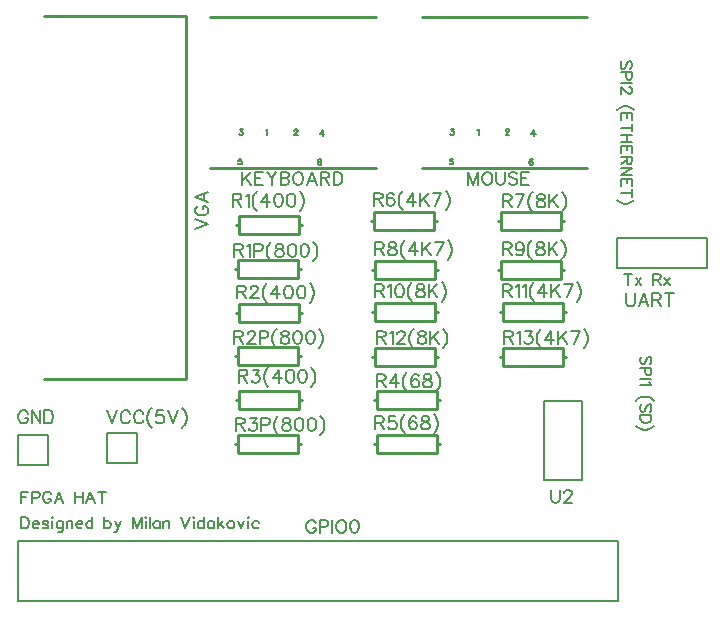
<source format=gto>
G04 Layer: TopSilkLayer*
G04 EasyEDA v6.4.25, 2021-12-02T19:10:48+01:00*
G04 15ecca0207564e248d2aa7e8b5e7a0d8,208c6ab82c1b43e5b5e4dc1230921930,10*
G04 Gerber Generator version 0.2*
G04 Scale: 100 percent, Rotated: No, Reflected: No *
G04 Dimensions in millimeters *
G04 leading zeros omitted , absolute positions ,4 integer and 5 decimal *
%FSLAX45Y45*%
%MOMM*%

%ADD10C,0.2540*%
%ADD21C,0.2032*%
%ADD22C,0.2030*%
%ADD23C,0.2007*%
%ADD24C,0.1524*%

%LPD*%
D21*
X6140450Y8940037D02*
G01*
X6140450Y8844534D01*
X6108700Y8940037D02*
G01*
X6172454Y8940037D01*
X6202425Y8908287D02*
G01*
X6252209Y8844534D01*
X6252209Y8908287D02*
G01*
X6202425Y8844534D01*
X6352286Y8940037D02*
G01*
X6352286Y8844534D01*
X6352286Y8940037D02*
G01*
X6393179Y8940037D01*
X6406895Y8935465D01*
X6411468Y8930894D01*
X6416040Y8922004D01*
X6416040Y8912860D01*
X6411468Y8903715D01*
X6406895Y8899144D01*
X6393179Y8894571D01*
X6352286Y8894571D01*
X6384036Y8894571D02*
G01*
X6416040Y8844534D01*
X6446011Y8908287D02*
G01*
X6496050Y8844534D01*
X6496050Y8908287D02*
G01*
X6446011Y8844534D01*
X6323075Y8178545D02*
G01*
X6331965Y8187689D01*
X6336538Y8201405D01*
X6336538Y8219694D01*
X6331965Y8233155D01*
X6323075Y8242300D01*
X6313931Y8242300D01*
X6304788Y8237728D01*
X6300215Y8233155D01*
X6295643Y8224012D01*
X6286500Y8196834D01*
X6282181Y8187689D01*
X6277609Y8183118D01*
X6268465Y8178545D01*
X6254750Y8178545D01*
X6245606Y8187689D01*
X6241034Y8201405D01*
X6241034Y8219694D01*
X6245606Y8233155D01*
X6254750Y8242300D01*
X6336538Y8148573D02*
G01*
X6241034Y8148573D01*
X6336538Y8148573D02*
G01*
X6336538Y8107679D01*
X6331965Y8094218D01*
X6327393Y8089645D01*
X6318504Y8085073D01*
X6304788Y8085073D01*
X6295643Y8089645D01*
X6291072Y8094218D01*
X6286500Y8107679D01*
X6286500Y8148573D01*
X6336538Y8055102D02*
G01*
X6241034Y8055102D01*
X6318504Y8025129D02*
G01*
X6323075Y8015986D01*
X6336538Y8002270D01*
X6241034Y8002270D01*
X6354825Y7870444D02*
G01*
X6345681Y7879587D01*
X6331965Y7888731D01*
X6313931Y7897876D01*
X6291072Y7902194D01*
X6273038Y7902194D01*
X6250177Y7897876D01*
X6232143Y7888731D01*
X6218427Y7879587D01*
X6209284Y7870444D01*
X6323075Y7776971D02*
G01*
X6331965Y7785862D01*
X6336538Y7799578D01*
X6336538Y7817865D01*
X6331965Y7831328D01*
X6323075Y7840471D01*
X6313931Y7840471D01*
X6304788Y7835900D01*
X6300215Y7831328D01*
X6295643Y7822184D01*
X6286500Y7795005D01*
X6282181Y7785862D01*
X6277609Y7781289D01*
X6268465Y7776971D01*
X6254750Y7776971D01*
X6245606Y7785862D01*
X6241034Y7799578D01*
X6241034Y7817865D01*
X6245606Y7831328D01*
X6254750Y7840471D01*
X6336538Y7746745D02*
G01*
X6241034Y7746745D01*
X6336538Y7746745D02*
G01*
X6336538Y7714995D01*
X6331965Y7701279D01*
X6323075Y7692389D01*
X6313931Y7687818D01*
X6300215Y7683245D01*
X6277609Y7683245D01*
X6263893Y7687818D01*
X6254750Y7692389D01*
X6245606Y7701279D01*
X6241034Y7714995D01*
X6241034Y7746745D01*
X6354825Y7653273D02*
G01*
X6345681Y7644129D01*
X6331965Y7634986D01*
X6313931Y7625842D01*
X6291072Y7621270D01*
X6273038Y7621270D01*
X6250177Y7625842D01*
X6232143Y7634986D01*
X6218427Y7644129D01*
X6209284Y7653273D01*
X6157975Y10680445D02*
G01*
X6166865Y10689589D01*
X6171438Y10703305D01*
X6171438Y10721594D01*
X6166865Y10735055D01*
X6157975Y10744200D01*
X6148831Y10744200D01*
X6139688Y10739628D01*
X6135115Y10735055D01*
X6130543Y10725912D01*
X6121400Y10698734D01*
X6117081Y10689589D01*
X6112509Y10685018D01*
X6103365Y10680445D01*
X6089650Y10680445D01*
X6080506Y10689589D01*
X6075934Y10703305D01*
X6075934Y10721594D01*
X6080506Y10735055D01*
X6089650Y10744200D01*
X6171438Y10650474D02*
G01*
X6075934Y10650474D01*
X6171438Y10650474D02*
G01*
X6171438Y10609579D01*
X6166865Y10596118D01*
X6162293Y10591545D01*
X6153404Y10586974D01*
X6139688Y10586974D01*
X6130543Y10591545D01*
X6125972Y10596118D01*
X6121400Y10609579D01*
X6121400Y10650474D01*
X6171438Y10557002D02*
G01*
X6075934Y10557002D01*
X6148831Y10522458D02*
G01*
X6153404Y10522458D01*
X6162293Y10517886D01*
X6166865Y10513313D01*
X6171438Y10504170D01*
X6171438Y10486136D01*
X6166865Y10476992D01*
X6162293Y10472420D01*
X6153404Y10467847D01*
X6144259Y10467847D01*
X6135115Y10472420D01*
X6121400Y10481563D01*
X6075934Y10527029D01*
X6075934Y10463276D01*
X6189725Y10331450D02*
G01*
X6180581Y10340594D01*
X6166865Y10349737D01*
X6148831Y10358628D01*
X6125972Y10363200D01*
X6107938Y10363200D01*
X6085077Y10358628D01*
X6067043Y10349737D01*
X6053327Y10340594D01*
X6044184Y10331450D01*
X6171438Y10301478D02*
G01*
X6075934Y10301478D01*
X6171438Y10301478D02*
G01*
X6171438Y10242295D01*
X6125972Y10301478D02*
G01*
X6125972Y10265155D01*
X6075934Y10301478D02*
G01*
X6075934Y10242295D01*
X6171438Y10180574D02*
G01*
X6075934Y10180574D01*
X6171438Y10212324D02*
G01*
X6171438Y10148824D01*
X6171438Y10118852D02*
G01*
X6075934Y10118852D01*
X6171438Y10055097D02*
G01*
X6075934Y10055097D01*
X6125972Y10118852D02*
G01*
X6125972Y10055097D01*
X6171438Y10025126D02*
G01*
X6075934Y10025126D01*
X6171438Y10025126D02*
G01*
X6171438Y9965944D01*
X6125972Y10025126D02*
G01*
X6125972Y9988804D01*
X6075934Y10025126D02*
G01*
X6075934Y9965944D01*
X6171438Y9935971D02*
G01*
X6075934Y9935971D01*
X6171438Y9935971D02*
G01*
X6171438Y9895078D01*
X6166865Y9881362D01*
X6162293Y9877044D01*
X6153404Y9872471D01*
X6144259Y9872471D01*
X6135115Y9877044D01*
X6130543Y9881362D01*
X6125972Y9895078D01*
X6125972Y9935971D01*
X6125972Y9904221D02*
G01*
X6075934Y9872471D01*
X6171438Y9842500D02*
G01*
X6075934Y9842500D01*
X6171438Y9842500D02*
G01*
X6075934Y9778745D01*
X6171438Y9778745D02*
G01*
X6075934Y9778745D01*
X6171438Y9748774D02*
G01*
X6075934Y9748774D01*
X6171438Y9748774D02*
G01*
X6171438Y9689592D01*
X6125972Y9748774D02*
G01*
X6125972Y9712452D01*
X6075934Y9748774D02*
G01*
X6075934Y9689592D01*
X6171438Y9627870D02*
G01*
X6075934Y9627870D01*
X6171438Y9659620D02*
G01*
X6171438Y9596120D01*
X6189725Y9565894D02*
G01*
X6180581Y9557004D01*
X6166865Y9547860D01*
X6148831Y9538715D01*
X6125972Y9534144D01*
X6107938Y9534144D01*
X6085077Y9538715D01*
X6067043Y9547860D01*
X6053327Y9557004D01*
X6044184Y9565894D01*
X1003300Y7098537D02*
G01*
X1003300Y7003034D01*
X1003300Y7098537D02*
G01*
X1062481Y7098537D01*
X1003300Y7053071D02*
G01*
X1039621Y7053071D01*
X1092454Y7098537D02*
G01*
X1092454Y7003034D01*
X1092454Y7098537D02*
G01*
X1133347Y7098537D01*
X1146810Y7093965D01*
X1151381Y7089394D01*
X1155954Y7080504D01*
X1155954Y7066787D01*
X1151381Y7057644D01*
X1146810Y7053071D01*
X1133347Y7048500D01*
X1092454Y7048500D01*
X1254252Y7075931D02*
G01*
X1249679Y7085076D01*
X1240536Y7093965D01*
X1231392Y7098537D01*
X1213357Y7098537D01*
X1204213Y7093965D01*
X1195070Y7085076D01*
X1190497Y7075931D01*
X1185926Y7062215D01*
X1185926Y7039610D01*
X1190497Y7025894D01*
X1195070Y7016750D01*
X1204213Y7007605D01*
X1213357Y7003034D01*
X1231392Y7003034D01*
X1240536Y7007605D01*
X1249679Y7016750D01*
X1254252Y7025894D01*
X1254252Y7039610D01*
X1231392Y7039610D02*
G01*
X1254252Y7039610D01*
X1320545Y7098537D02*
G01*
X1284223Y7003034D01*
X1320545Y7098537D02*
G01*
X1356868Y7003034D01*
X1297939Y7035037D02*
G01*
X1343405Y7035037D01*
X1456944Y7098537D02*
G01*
X1456944Y7003034D01*
X1520697Y7098537D02*
G01*
X1520697Y7003034D01*
X1456944Y7053071D02*
G01*
X1520697Y7053071D01*
X1586992Y7098537D02*
G01*
X1550670Y7003034D01*
X1586992Y7098537D02*
G01*
X1623313Y7003034D01*
X1564131Y7035037D02*
G01*
X1609597Y7035037D01*
X1685036Y7098537D02*
G01*
X1685036Y7003034D01*
X1653286Y7098537D02*
G01*
X1717039Y7098537D01*
X1003300Y6882637D02*
G01*
X1003300Y6787134D01*
X1003300Y6882637D02*
G01*
X1035050Y6882637D01*
X1048765Y6878065D01*
X1057910Y6869176D01*
X1062481Y6860031D01*
X1067054Y6846315D01*
X1067054Y6823710D01*
X1062481Y6809994D01*
X1057910Y6800850D01*
X1048765Y6791705D01*
X1035050Y6787134D01*
X1003300Y6787134D01*
X1097026Y6823710D02*
G01*
X1151381Y6823710D01*
X1151381Y6832600D01*
X1146810Y6841744D01*
X1142492Y6846315D01*
X1133347Y6850887D01*
X1119631Y6850887D01*
X1110487Y6846315D01*
X1101597Y6837171D01*
X1097026Y6823710D01*
X1097026Y6814565D01*
X1101597Y6800850D01*
X1110487Y6791705D01*
X1119631Y6787134D01*
X1133347Y6787134D01*
X1142492Y6791705D01*
X1151381Y6800850D01*
X1231392Y6837171D02*
G01*
X1226820Y6846315D01*
X1213357Y6850887D01*
X1199642Y6850887D01*
X1185926Y6846315D01*
X1181607Y6837171D01*
X1185926Y6828281D01*
X1195070Y6823710D01*
X1217929Y6819137D01*
X1226820Y6814565D01*
X1231392Y6805421D01*
X1231392Y6800850D01*
X1226820Y6791705D01*
X1213357Y6787134D01*
X1199642Y6787134D01*
X1185926Y6791705D01*
X1181607Y6800850D01*
X1261363Y6882637D02*
G01*
X1265936Y6878065D01*
X1270507Y6882637D01*
X1265936Y6887210D01*
X1261363Y6882637D01*
X1265936Y6850887D02*
G01*
X1265936Y6787134D01*
X1355089Y6850887D02*
G01*
X1355089Y6778244D01*
X1350518Y6764528D01*
X1345945Y6759955D01*
X1337055Y6755384D01*
X1323339Y6755384D01*
X1314195Y6759955D01*
X1355089Y6837171D02*
G01*
X1345945Y6846315D01*
X1337055Y6850887D01*
X1323339Y6850887D01*
X1314195Y6846315D01*
X1305052Y6837171D01*
X1300479Y6823710D01*
X1300479Y6814565D01*
X1305052Y6800850D01*
X1314195Y6791705D01*
X1323339Y6787134D01*
X1337055Y6787134D01*
X1345945Y6791705D01*
X1355089Y6800850D01*
X1385062Y6850887D02*
G01*
X1385062Y6787134D01*
X1385062Y6832600D02*
G01*
X1398778Y6846315D01*
X1407921Y6850887D01*
X1421384Y6850887D01*
X1430528Y6846315D01*
X1435100Y6832600D01*
X1435100Y6787134D01*
X1465071Y6823710D02*
G01*
X1519681Y6823710D01*
X1519681Y6832600D01*
X1515110Y6841744D01*
X1510537Y6846315D01*
X1501394Y6850887D01*
X1487931Y6850887D01*
X1478787Y6846315D01*
X1469644Y6837171D01*
X1465071Y6823710D01*
X1465071Y6814565D01*
X1469644Y6800850D01*
X1478787Y6791705D01*
X1487931Y6787134D01*
X1501394Y6787134D01*
X1510537Y6791705D01*
X1519681Y6800850D01*
X1604263Y6882637D02*
G01*
X1604263Y6787134D01*
X1604263Y6837171D02*
G01*
X1595120Y6846315D01*
X1585976Y6850887D01*
X1572513Y6850887D01*
X1563370Y6846315D01*
X1554226Y6837171D01*
X1549654Y6823710D01*
X1549654Y6814565D01*
X1554226Y6800850D01*
X1563370Y6791705D01*
X1572513Y6787134D01*
X1585976Y6787134D01*
X1595120Y6791705D01*
X1604263Y6800850D01*
X1704086Y6882637D02*
G01*
X1704086Y6787134D01*
X1704086Y6837171D02*
G01*
X1713229Y6846315D01*
X1722373Y6850887D01*
X1736089Y6850887D01*
X1745234Y6846315D01*
X1754123Y6837171D01*
X1758695Y6823710D01*
X1758695Y6814565D01*
X1754123Y6800850D01*
X1745234Y6791705D01*
X1736089Y6787134D01*
X1722373Y6787134D01*
X1713229Y6791705D01*
X1704086Y6800850D01*
X1793239Y6850887D02*
G01*
X1820671Y6787134D01*
X1847850Y6850887D02*
G01*
X1820671Y6787134D01*
X1811528Y6769100D01*
X1802384Y6759955D01*
X1793239Y6755384D01*
X1788668Y6755384D01*
X1947925Y6882637D02*
G01*
X1947925Y6787134D01*
X1947925Y6882637D02*
G01*
X1984247Y6787134D01*
X2020570Y6882637D02*
G01*
X1984247Y6787134D01*
X2020570Y6882637D02*
G01*
X2020570Y6787134D01*
X2050541Y6882637D02*
G01*
X2055113Y6878065D01*
X2059686Y6882637D01*
X2055113Y6887210D01*
X2050541Y6882637D01*
X2055113Y6850887D02*
G01*
X2055113Y6787134D01*
X2089658Y6882637D02*
G01*
X2089658Y6787134D01*
X2174240Y6850887D02*
G01*
X2174240Y6787134D01*
X2174240Y6837171D02*
G01*
X2165095Y6846315D01*
X2155952Y6850887D01*
X2142490Y6850887D01*
X2133345Y6846315D01*
X2124202Y6837171D01*
X2119629Y6823710D01*
X2119629Y6814565D01*
X2124202Y6800850D01*
X2133345Y6791705D01*
X2142490Y6787134D01*
X2155952Y6787134D01*
X2165095Y6791705D01*
X2174240Y6800850D01*
X2204211Y6850887D02*
G01*
X2204211Y6787134D01*
X2204211Y6832600D02*
G01*
X2217927Y6846315D01*
X2226818Y6850887D01*
X2240534Y6850887D01*
X2249677Y6846315D01*
X2254250Y6832600D01*
X2254250Y6787134D01*
X2354325Y6882637D02*
G01*
X2390647Y6787134D01*
X2426970Y6882637D02*
G01*
X2390647Y6787134D01*
X2456941Y6882637D02*
G01*
X2461513Y6878065D01*
X2466086Y6882637D01*
X2461513Y6887210D01*
X2456941Y6882637D01*
X2461513Y6850887D02*
G01*
X2461513Y6787134D01*
X2550668Y6882637D02*
G01*
X2550668Y6787134D01*
X2550668Y6837171D02*
G01*
X2541524Y6846315D01*
X2532379Y6850887D01*
X2518663Y6850887D01*
X2509774Y6846315D01*
X2500629Y6837171D01*
X2496058Y6823710D01*
X2496058Y6814565D01*
X2500629Y6800850D01*
X2509774Y6791705D01*
X2518663Y6787134D01*
X2532379Y6787134D01*
X2541524Y6791705D01*
X2550668Y6800850D01*
X2634995Y6850887D02*
G01*
X2634995Y6787134D01*
X2634995Y6837171D02*
G01*
X2626106Y6846315D01*
X2616961Y6850887D01*
X2603245Y6850887D01*
X2594102Y6846315D01*
X2585211Y6837171D01*
X2580640Y6823710D01*
X2580640Y6814565D01*
X2585211Y6800850D01*
X2594102Y6791705D01*
X2603245Y6787134D01*
X2616961Y6787134D01*
X2626106Y6791705D01*
X2634995Y6800850D01*
X2665222Y6882637D02*
G01*
X2665222Y6787134D01*
X2710688Y6850887D02*
G01*
X2665222Y6805421D01*
X2683256Y6823710D02*
G01*
X2715006Y6787134D01*
X2767838Y6850887D02*
G01*
X2758693Y6846315D01*
X2749550Y6837171D01*
X2745231Y6823710D01*
X2745231Y6814565D01*
X2749550Y6800850D01*
X2758693Y6791705D01*
X2767838Y6787134D01*
X2781554Y6787134D01*
X2790697Y6791705D01*
X2799588Y6800850D01*
X2804159Y6814565D01*
X2804159Y6823710D01*
X2799588Y6837171D01*
X2790697Y6846315D01*
X2781554Y6850887D01*
X2767838Y6850887D01*
X2834131Y6850887D02*
G01*
X2861563Y6787134D01*
X2888741Y6850887D02*
G01*
X2861563Y6787134D01*
X2918713Y6882637D02*
G01*
X2923286Y6878065D01*
X2927858Y6882637D01*
X2923286Y6887210D01*
X2918713Y6882637D01*
X2923286Y6850887D02*
G01*
X2923286Y6787134D01*
X3012440Y6837171D02*
G01*
X3003295Y6846315D01*
X2994152Y6850887D01*
X2980690Y6850887D01*
X2971545Y6846315D01*
X2962402Y6837171D01*
X2957829Y6823710D01*
X2957829Y6814565D01*
X2962402Y6800850D01*
X2971545Y6791705D01*
X2980690Y6787134D01*
X2994152Y6787134D01*
X3003295Y6791705D01*
X3012440Y6800850D01*
D24*
X3494277Y6833108D02*
G01*
X3488943Y6843521D01*
X3478529Y6853936D01*
X3468370Y6859015D01*
X3447541Y6859015D01*
X3437127Y6853936D01*
X3426713Y6843521D01*
X3421379Y6833108D01*
X3416300Y6817360D01*
X3416300Y6791452D01*
X3421379Y6775958D01*
X3426713Y6765544D01*
X3437127Y6755129D01*
X3447541Y6750050D01*
X3468370Y6750050D01*
X3478529Y6755129D01*
X3488943Y6765544D01*
X3494277Y6775958D01*
X3494277Y6791452D01*
X3468370Y6791452D02*
G01*
X3494277Y6791452D01*
X3528568Y6859015D02*
G01*
X3528568Y6750050D01*
X3528568Y6859015D02*
G01*
X3575304Y6859015D01*
X3590797Y6853936D01*
X3596131Y6848602D01*
X3601211Y6838187D01*
X3601211Y6822694D01*
X3596131Y6812279D01*
X3590797Y6807200D01*
X3575304Y6801865D01*
X3528568Y6801865D01*
X3635502Y6859015D02*
G01*
X3635502Y6750050D01*
X3701034Y6859015D02*
G01*
X3690620Y6853936D01*
X3680206Y6843521D01*
X3675125Y6833108D01*
X3669791Y6817360D01*
X3669791Y6791452D01*
X3675125Y6775958D01*
X3680206Y6765544D01*
X3690620Y6755129D01*
X3701034Y6750050D01*
X3721861Y6750050D01*
X3732275Y6755129D01*
X3742690Y6765544D01*
X3747770Y6775958D01*
X3752850Y6791452D01*
X3752850Y6817360D01*
X3747770Y6833108D01*
X3742690Y6843521D01*
X3732275Y6853936D01*
X3721861Y6859015D01*
X3701034Y6859015D01*
X3818381Y6859015D02*
G01*
X3802888Y6853936D01*
X3792474Y6838187D01*
X3787140Y6812279D01*
X3787140Y6796786D01*
X3792474Y6770623D01*
X3802888Y6755129D01*
X3818381Y6750050D01*
X3828795Y6750050D01*
X3844290Y6755129D01*
X3854704Y6770623D01*
X3860038Y6796786D01*
X3860038Y6812279D01*
X3854704Y6838187D01*
X3844290Y6853936D01*
X3828795Y6859015D01*
X3818381Y6859015D01*
X2870200Y9805415D02*
G01*
X2870200Y9696450D01*
X2942843Y9805415D02*
G01*
X2870200Y9732771D01*
X2896108Y9758679D02*
G01*
X2942843Y9696450D01*
X2977134Y9805415D02*
G01*
X2977134Y9696450D01*
X2977134Y9805415D02*
G01*
X3044697Y9805415D01*
X2977134Y9753600D02*
G01*
X3018790Y9753600D01*
X2977134Y9696450D02*
G01*
X3044697Y9696450D01*
X3078988Y9805415D02*
G01*
X3120643Y9753600D01*
X3120643Y9696450D01*
X3162300Y9805415D02*
G01*
X3120643Y9753600D01*
X3196590Y9805415D02*
G01*
X3196590Y9696450D01*
X3196590Y9805415D02*
G01*
X3243325Y9805415D01*
X3258820Y9800336D01*
X3263900Y9795002D01*
X3269234Y9784587D01*
X3269234Y9774174D01*
X3263900Y9763760D01*
X3258820Y9758679D01*
X3243325Y9753600D01*
X3196590Y9753600D02*
G01*
X3243325Y9753600D01*
X3258820Y9748265D01*
X3263900Y9743186D01*
X3269234Y9732771D01*
X3269234Y9717024D01*
X3263900Y9706610D01*
X3258820Y9701529D01*
X3243325Y9696450D01*
X3196590Y9696450D01*
X3334765Y9805415D02*
G01*
X3324352Y9800336D01*
X3313938Y9789921D01*
X3308604Y9779508D01*
X3303524Y9763760D01*
X3303524Y9737852D01*
X3308604Y9722358D01*
X3313938Y9711944D01*
X3324352Y9701529D01*
X3334765Y9696450D01*
X3355340Y9696450D01*
X3365754Y9701529D01*
X3376168Y9711944D01*
X3381502Y9722358D01*
X3386581Y9737852D01*
X3386581Y9763760D01*
X3381502Y9779508D01*
X3376168Y9789921D01*
X3365754Y9800336D01*
X3355340Y9805415D01*
X3334765Y9805415D01*
X3462527Y9805415D02*
G01*
X3420872Y9696450D01*
X3462527Y9805415D02*
G01*
X3503929Y9696450D01*
X3436620Y9732771D02*
G01*
X3488436Y9732771D01*
X3538220Y9805415D02*
G01*
X3538220Y9696450D01*
X3538220Y9805415D02*
G01*
X3585209Y9805415D01*
X3600704Y9800336D01*
X3605784Y9795002D01*
X3611118Y9784587D01*
X3611118Y9774174D01*
X3605784Y9763760D01*
X3600704Y9758679D01*
X3585209Y9753600D01*
X3538220Y9753600D01*
X3574795Y9753600D02*
G01*
X3611118Y9696450D01*
X3645408Y9805415D02*
G01*
X3645408Y9696450D01*
X3645408Y9805415D02*
G01*
X3681729Y9805415D01*
X3697224Y9800336D01*
X3707638Y9789921D01*
X3712972Y9779508D01*
X3718052Y9763760D01*
X3718052Y9737852D01*
X3712972Y9722358D01*
X3707638Y9711944D01*
X3697224Y9701529D01*
X3681729Y9696450D01*
X3645408Y9696450D01*
X3073400Y10158221D02*
G01*
X3077972Y10160508D01*
X3084829Y10167365D01*
X3084829Y10118852D01*
X3314445Y10155936D02*
G01*
X3314445Y10158221D01*
X3316731Y10162794D01*
X3319018Y10165079D01*
X3323590Y10167365D01*
X3332988Y10167365D01*
X3337559Y10165079D01*
X3339845Y10162794D01*
X3342131Y10158221D01*
X3342131Y10153650D01*
X3339845Y10148824D01*
X3335274Y10141965D01*
X3312159Y10118852D01*
X3344418Y10118852D01*
X2849372Y10167365D02*
G01*
X2874772Y10167365D01*
X2861056Y10148824D01*
X2867913Y10148824D01*
X2872486Y10146537D01*
X2874772Y10144252D01*
X2877058Y10137394D01*
X2877058Y10132821D01*
X2874772Y10125710D01*
X2870200Y10121137D01*
X2863341Y10118852D01*
X2856229Y10118852D01*
X2849372Y10121137D01*
X2847086Y10123424D01*
X2844800Y10128250D01*
X3553713Y10162286D02*
G01*
X3530600Y10130028D01*
X3565143Y10130028D01*
X3553713Y10162286D02*
G01*
X3553713Y10113771D01*
X2864865Y9918445D02*
G01*
X2841752Y9918445D01*
X2839465Y9897618D01*
X2841752Y9899904D01*
X2848609Y9902189D01*
X2855722Y9902189D01*
X2862579Y9899904D01*
X2867152Y9895331D01*
X2869438Y9888474D01*
X2869438Y9883902D01*
X2867152Y9876789D01*
X2862579Y9872218D01*
X2855722Y9869931D01*
X2848609Y9869931D01*
X2841752Y9872218D01*
X2839465Y9874504D01*
X2837179Y9879329D01*
X3540506Y9906508D02*
G01*
X3538220Y9911079D01*
X3531361Y9913365D01*
X3526790Y9913365D01*
X3519677Y9911079D01*
X3515106Y9904221D01*
X3512820Y9892537D01*
X3512820Y9881108D01*
X3515106Y9871710D01*
X3519677Y9867137D01*
X3526790Y9864852D01*
X3529075Y9864852D01*
X3535934Y9867137D01*
X3540506Y9871710D01*
X3542791Y9878821D01*
X3542791Y9881108D01*
X3540506Y9887965D01*
X3535934Y9892537D01*
X3529075Y9894824D01*
X3526790Y9894824D01*
X3519677Y9892537D01*
X3515106Y9887965D01*
X3512820Y9881108D01*
X4787900Y9805415D02*
G01*
X4787900Y9696450D01*
X4787900Y9805415D02*
G01*
X4829556Y9696450D01*
X4870958Y9805415D02*
G01*
X4829556Y9696450D01*
X4870958Y9805415D02*
G01*
X4870958Y9696450D01*
X4936490Y9805415D02*
G01*
X4926075Y9800336D01*
X4915661Y9789921D01*
X4910581Y9779508D01*
X4905247Y9763760D01*
X4905247Y9737852D01*
X4910581Y9722358D01*
X4915661Y9711944D01*
X4926075Y9701529D01*
X4936490Y9696450D01*
X4957318Y9696450D01*
X4967731Y9701529D01*
X4978145Y9711944D01*
X4983225Y9722358D01*
X4988559Y9737852D01*
X4988559Y9763760D01*
X4983225Y9779508D01*
X4978145Y9789921D01*
X4967731Y9800336D01*
X4957318Y9805415D01*
X4936490Y9805415D01*
X5022850Y9805415D02*
G01*
X5022850Y9727437D01*
X5027929Y9711944D01*
X5038343Y9701529D01*
X5053838Y9696450D01*
X5064252Y9696450D01*
X5080000Y9701529D01*
X5090159Y9711944D01*
X5095493Y9727437D01*
X5095493Y9805415D01*
X5202427Y9789921D02*
G01*
X5192013Y9800336D01*
X5176520Y9805415D01*
X5155691Y9805415D01*
X5140197Y9800336D01*
X5129784Y9789921D01*
X5129784Y9779508D01*
X5134863Y9769094D01*
X5140197Y9763760D01*
X5150611Y9758679D01*
X5181600Y9748265D01*
X5192013Y9743186D01*
X5197347Y9737852D01*
X5202427Y9727437D01*
X5202427Y9711944D01*
X5192013Y9701529D01*
X5176520Y9696450D01*
X5155691Y9696450D01*
X5140197Y9701529D01*
X5129784Y9711944D01*
X5236718Y9805415D02*
G01*
X5236718Y9696450D01*
X5236718Y9805415D02*
G01*
X5304281Y9805415D01*
X5236718Y9753600D02*
G01*
X5278374Y9753600D01*
X5236718Y9696450D02*
G01*
X5304281Y9696450D01*
X4864100Y10158221D02*
G01*
X4868672Y10160508D01*
X4875529Y10167365D01*
X4875529Y10118852D01*
X5105145Y10155936D02*
G01*
X5105145Y10158221D01*
X5107431Y10162794D01*
X5109718Y10165079D01*
X5114290Y10167365D01*
X5123688Y10167365D01*
X5128259Y10165079D01*
X5130545Y10162794D01*
X5132831Y10158221D01*
X5132831Y10153650D01*
X5130545Y10148824D01*
X5125974Y10141965D01*
X5102859Y10118852D01*
X5135118Y10118852D01*
X4640072Y10167365D02*
G01*
X4665472Y10167365D01*
X4651756Y10148824D01*
X4658613Y10148824D01*
X4663186Y10146537D01*
X4665472Y10144252D01*
X4667758Y10137394D01*
X4667758Y10132821D01*
X4665472Y10125710D01*
X4660900Y10121137D01*
X4654041Y10118852D01*
X4646929Y10118852D01*
X4640072Y10121137D01*
X4637786Y10123424D01*
X4635500Y10128250D01*
X5344413Y10162286D02*
G01*
X5321300Y10130028D01*
X5355843Y10130028D01*
X5344413Y10162286D02*
G01*
X5344413Y10113771D01*
X4655565Y9918445D02*
G01*
X4632452Y9918445D01*
X4630165Y9897618D01*
X4632452Y9899904D01*
X4639309Y9902189D01*
X4646422Y9902189D01*
X4653279Y9899904D01*
X4657852Y9895331D01*
X4660138Y9888474D01*
X4660138Y9883902D01*
X4657852Y9876789D01*
X4653279Y9872218D01*
X4646422Y9869931D01*
X4639309Y9869931D01*
X4632452Y9872218D01*
X4630165Y9874504D01*
X4627879Y9879329D01*
X5331206Y9906508D02*
G01*
X5328920Y9911079D01*
X5322061Y9913365D01*
X5317490Y9913365D01*
X5310377Y9911079D01*
X5305806Y9904221D01*
X5303520Y9892537D01*
X5303520Y9881108D01*
X5305806Y9871710D01*
X5310377Y9867137D01*
X5317490Y9864852D01*
X5319775Y9864852D01*
X5326634Y9867137D01*
X5331206Y9871710D01*
X5333491Y9878821D01*
X5333491Y9881108D01*
X5331206Y9887965D01*
X5326634Y9892537D01*
X5319775Y9894824D01*
X5317490Y9894824D01*
X5310377Y9892537D01*
X5305806Y9887965D01*
X5303520Y9881108D01*
X1727200Y7786115D02*
G01*
X1768855Y7677150D01*
X1810257Y7786115D02*
G01*
X1768855Y7677150D01*
X1922526Y7760208D02*
G01*
X1917445Y7770621D01*
X1907031Y7781036D01*
X1896618Y7786115D01*
X1875789Y7786115D01*
X1865376Y7781036D01*
X1854962Y7770621D01*
X1849881Y7760208D01*
X1844547Y7744460D01*
X1844547Y7718552D01*
X1849881Y7703058D01*
X1854962Y7692644D01*
X1865376Y7682229D01*
X1875789Y7677150D01*
X1896618Y7677150D01*
X1907031Y7682229D01*
X1917445Y7692644D01*
X1922526Y7703058D01*
X2034793Y7760208D02*
G01*
X2029459Y7770621D01*
X2019300Y7781036D01*
X2008886Y7786115D01*
X1988058Y7786115D01*
X1977643Y7781036D01*
X1967229Y7770621D01*
X1962150Y7760208D01*
X1956815Y7744460D01*
X1956815Y7718552D01*
X1962150Y7703058D01*
X1967229Y7692644D01*
X1977643Y7682229D01*
X1988058Y7677150D01*
X2008886Y7677150D01*
X2019300Y7682229D01*
X2029459Y7692644D01*
X2034793Y7703058D01*
X2105406Y7806944D02*
G01*
X2094991Y7796529D01*
X2084577Y7781036D01*
X2074163Y7760208D01*
X2069084Y7734300D01*
X2069084Y7713471D01*
X2074163Y7687310D01*
X2084577Y7666736D01*
X2094991Y7650987D01*
X2105406Y7640573D01*
X2202179Y7786115D02*
G01*
X2150109Y7786115D01*
X2145029Y7739379D01*
X2150109Y7744460D01*
X2165604Y7749794D01*
X2181352Y7749794D01*
X2196845Y7744460D01*
X2207259Y7734300D01*
X2212340Y7718552D01*
X2212340Y7708137D01*
X2207259Y7692644D01*
X2196845Y7682229D01*
X2181352Y7677150D01*
X2165604Y7677150D01*
X2150109Y7682229D01*
X2145029Y7687310D01*
X2139695Y7697723D01*
X2246629Y7786115D02*
G01*
X2288286Y7677150D01*
X2329941Y7786115D02*
G01*
X2288286Y7677150D01*
X2364231Y7806944D02*
G01*
X2374645Y7796529D01*
X2385059Y7781036D01*
X2395220Y7760208D01*
X2400554Y7734300D01*
X2400554Y7713471D01*
X2395220Y7687310D01*
X2385059Y7666736D01*
X2374645Y7650987D01*
X2364231Y7640573D01*
X6121400Y8776715D02*
G01*
X6121400Y8698737D01*
X6126479Y8683244D01*
X6136893Y8672829D01*
X6152641Y8667750D01*
X6163056Y8667750D01*
X6178550Y8672829D01*
X6188963Y8683244D01*
X6194043Y8698737D01*
X6194043Y8776715D01*
X6269990Y8776715D02*
G01*
X6228334Y8667750D01*
X6269990Y8776715D02*
G01*
X6311645Y8667750D01*
X6244081Y8704071D02*
G01*
X6295897Y8704071D01*
X6345936Y8776715D02*
G01*
X6345936Y8667750D01*
X6345936Y8776715D02*
G01*
X6392672Y8776715D01*
X6408165Y8771636D01*
X6413500Y8766302D01*
X6418579Y8755887D01*
X6418579Y8745474D01*
X6413500Y8735060D01*
X6408165Y8729979D01*
X6392672Y8724900D01*
X6345936Y8724900D01*
X6382258Y8724900D02*
G01*
X6418579Y8667750D01*
X6489191Y8776715D02*
G01*
X6489191Y8667750D01*
X6452870Y8776715D02*
G01*
X6525513Y8776715D01*
X4013200Y8090915D02*
G01*
X4013200Y7981950D01*
X4013200Y8090915D02*
G01*
X4059936Y8090915D01*
X4075429Y8085836D01*
X4080763Y8080502D01*
X4085843Y8070087D01*
X4085843Y8059673D01*
X4080763Y8049260D01*
X4075429Y8044179D01*
X4059936Y8039100D01*
X4013200Y8039100D01*
X4049522Y8039100D02*
G01*
X4085843Y7981950D01*
X4172204Y8090915D02*
G01*
X4120134Y8018271D01*
X4198111Y8018271D01*
X4172204Y8090915D02*
G01*
X4172204Y7981950D01*
X4268724Y8111744D02*
G01*
X4258309Y8101329D01*
X4248150Y8085836D01*
X4237736Y8065008D01*
X4232402Y8039100D01*
X4232402Y8018271D01*
X4237736Y7992110D01*
X4248150Y7971536D01*
X4258309Y7955787D01*
X4268724Y7945373D01*
X4365497Y8075421D02*
G01*
X4360163Y8085836D01*
X4344670Y8090915D01*
X4334256Y8090915D01*
X4318761Y8085836D01*
X4308347Y8070087D01*
X4303013Y8044179D01*
X4303013Y8018271D01*
X4308347Y7997444D01*
X4318761Y7987029D01*
X4334256Y7981950D01*
X4339590Y7981950D01*
X4355084Y7987029D01*
X4365497Y7997444D01*
X4370577Y8012937D01*
X4370577Y8018271D01*
X4365497Y8033765D01*
X4355084Y8044179D01*
X4339590Y8049260D01*
X4334256Y8049260D01*
X4318761Y8044179D01*
X4308347Y8033765D01*
X4303013Y8018271D01*
X4431029Y8090915D02*
G01*
X4415281Y8085836D01*
X4410202Y8075421D01*
X4410202Y8065008D01*
X4415281Y8054594D01*
X4425695Y8049260D01*
X4446524Y8044179D01*
X4462018Y8039100D01*
X4472431Y8028686D01*
X4477765Y8018271D01*
X4477765Y8002523D01*
X4472431Y7992110D01*
X4467352Y7987029D01*
X4451604Y7981950D01*
X4431029Y7981950D01*
X4415281Y7987029D01*
X4410202Y7992110D01*
X4404868Y8002523D01*
X4404868Y8018271D01*
X4410202Y8028686D01*
X4420615Y8039100D01*
X4436109Y8044179D01*
X4456938Y8049260D01*
X4467352Y8054594D01*
X4472431Y8065008D01*
X4472431Y8075421D01*
X4467352Y8085836D01*
X4451604Y8090915D01*
X4431029Y8090915D01*
X4512056Y8111744D02*
G01*
X4522470Y8101329D01*
X4532629Y8085836D01*
X4543043Y8065008D01*
X4548377Y8039100D01*
X4548377Y8018271D01*
X4543043Y7992110D01*
X4532629Y7971536D01*
X4522470Y7955787D01*
X4512056Y7945373D01*
X4000500Y7735315D02*
G01*
X4000500Y7626350D01*
X4000500Y7735315D02*
G01*
X4047236Y7735315D01*
X4062729Y7730236D01*
X4068063Y7724902D01*
X4073143Y7714487D01*
X4073143Y7704073D01*
X4068063Y7693660D01*
X4062729Y7688579D01*
X4047236Y7683500D01*
X4000500Y7683500D01*
X4036822Y7683500D02*
G01*
X4073143Y7626350D01*
X4169918Y7735315D02*
G01*
X4117847Y7735315D01*
X4112768Y7688579D01*
X4117847Y7693660D01*
X4133595Y7698994D01*
X4149090Y7698994D01*
X4164584Y7693660D01*
X4174997Y7683500D01*
X4180331Y7667752D01*
X4180331Y7657337D01*
X4174997Y7641844D01*
X4164584Y7631429D01*
X4149090Y7626350D01*
X4133595Y7626350D01*
X4117847Y7631429D01*
X4112768Y7636510D01*
X4107434Y7646923D01*
X4250943Y7756144D02*
G01*
X4240529Y7745729D01*
X4230115Y7730236D01*
X4219702Y7709408D01*
X4214622Y7683500D01*
X4214622Y7662671D01*
X4219702Y7636510D01*
X4230115Y7615936D01*
X4240529Y7600187D01*
X4250943Y7589773D01*
X4347463Y7719821D02*
G01*
X4342384Y7730236D01*
X4326890Y7735315D01*
X4316475Y7735315D01*
X4300727Y7730236D01*
X4290313Y7714487D01*
X4285234Y7688579D01*
X4285234Y7662671D01*
X4290313Y7641844D01*
X4300727Y7631429D01*
X4316475Y7626350D01*
X4321556Y7626350D01*
X4337050Y7631429D01*
X4347463Y7641844D01*
X4352797Y7657337D01*
X4352797Y7662671D01*
X4347463Y7678165D01*
X4337050Y7688579D01*
X4321556Y7693660D01*
X4316475Y7693660D01*
X4300727Y7688579D01*
X4290313Y7678165D01*
X4285234Y7662671D01*
X4412995Y7735315D02*
G01*
X4397502Y7730236D01*
X4392168Y7719821D01*
X4392168Y7709408D01*
X4397502Y7698994D01*
X4407915Y7693660D01*
X4428490Y7688579D01*
X4444238Y7683500D01*
X4454652Y7673086D01*
X4459731Y7662671D01*
X4459731Y7646923D01*
X4454652Y7636510D01*
X4449318Y7631429D01*
X4433824Y7626350D01*
X4412995Y7626350D01*
X4397502Y7631429D01*
X4392168Y7636510D01*
X4387088Y7646923D01*
X4387088Y7662671D01*
X4392168Y7673086D01*
X4402581Y7683500D01*
X4418329Y7688579D01*
X4438904Y7693660D01*
X4449318Y7698994D01*
X4454652Y7709408D01*
X4454652Y7719821D01*
X4449318Y7730236D01*
X4433824Y7735315D01*
X4412995Y7735315D01*
X4494022Y7756144D02*
G01*
X4504436Y7745729D01*
X4514850Y7730236D01*
X4525263Y7709408D01*
X4530343Y7683500D01*
X4530343Y7662671D01*
X4525263Y7636510D01*
X4514850Y7615936D01*
X4504436Y7600187D01*
X4494022Y7589773D01*
X5486400Y7113015D02*
G01*
X5486400Y7035037D01*
X5491479Y7019544D01*
X5501893Y7009129D01*
X5517641Y7004050D01*
X5528056Y7004050D01*
X5543550Y7009129D01*
X5553963Y7019544D01*
X5559043Y7035037D01*
X5559043Y7113015D01*
X5598668Y7087108D02*
G01*
X5598668Y7092187D01*
X5603747Y7102602D01*
X5609081Y7107936D01*
X5619495Y7113015D01*
X5640070Y7113015D01*
X5650484Y7107936D01*
X5655818Y7102602D01*
X5660897Y7092187D01*
X5660897Y7081773D01*
X5655818Y7071360D01*
X5645404Y7055865D01*
X5593334Y7004050D01*
X5666231Y7004050D01*
X3987800Y9627615D02*
G01*
X3987800Y9518650D01*
X3987800Y9627615D02*
G01*
X4034536Y9627615D01*
X4050029Y9622536D01*
X4055363Y9617202D01*
X4060443Y9606787D01*
X4060443Y9596374D01*
X4055363Y9585960D01*
X4050029Y9580879D01*
X4034536Y9575800D01*
X3987800Y9575800D01*
X4024122Y9575800D02*
G01*
X4060443Y9518650D01*
X4157218Y9612121D02*
G01*
X4151884Y9622536D01*
X4136390Y9627615D01*
X4125975Y9627615D01*
X4110481Y9622536D01*
X4100068Y9606787D01*
X4094734Y9580879D01*
X4094734Y9554971D01*
X4100068Y9534144D01*
X4110481Y9523729D01*
X4125975Y9518650D01*
X4131309Y9518650D01*
X4146804Y9523729D01*
X4157218Y9534144D01*
X4162297Y9549637D01*
X4162297Y9554971D01*
X4157218Y9570465D01*
X4146804Y9580879D01*
X4131309Y9585960D01*
X4125975Y9585960D01*
X4110481Y9580879D01*
X4100068Y9570465D01*
X4094734Y9554971D01*
X4232909Y9648444D02*
G01*
X4222750Y9638029D01*
X4212336Y9622536D01*
X4201922Y9601708D01*
X4196588Y9575800D01*
X4196588Y9554971D01*
X4201922Y9528810D01*
X4212336Y9508236D01*
X4222750Y9492487D01*
X4232909Y9482074D01*
X4319270Y9627615D02*
G01*
X4267200Y9554971D01*
X4345177Y9554971D01*
X4319270Y9627615D02*
G01*
X4319270Y9518650D01*
X4379468Y9627615D02*
G01*
X4379468Y9518650D01*
X4452365Y9627615D02*
G01*
X4379468Y9554971D01*
X4405629Y9580879D02*
G01*
X4452365Y9518650D01*
X4559300Y9627615D02*
G01*
X4507229Y9518650D01*
X4486656Y9627615D02*
G01*
X4559300Y9627615D01*
X4593590Y9648444D02*
G01*
X4604004Y9638029D01*
X4614418Y9622536D01*
X4624831Y9601708D01*
X4629911Y9575800D01*
X4629911Y9554971D01*
X4624831Y9528810D01*
X4614418Y9508236D01*
X4604004Y9492487D01*
X4593590Y9482074D01*
X5080000Y9614915D02*
G01*
X5080000Y9505950D01*
X5080000Y9614915D02*
G01*
X5126736Y9614915D01*
X5142229Y9609836D01*
X5147563Y9604502D01*
X5152643Y9594087D01*
X5152643Y9583674D01*
X5147563Y9573260D01*
X5142229Y9568179D01*
X5126736Y9563100D01*
X5080000Y9563100D01*
X5116322Y9563100D02*
G01*
X5152643Y9505950D01*
X5259831Y9614915D02*
G01*
X5207761Y9505950D01*
X5186934Y9614915D02*
G01*
X5259831Y9614915D01*
X5330443Y9635744D02*
G01*
X5320029Y9625329D01*
X5309615Y9609836D01*
X5299202Y9589008D01*
X5294122Y9563100D01*
X5294122Y9542271D01*
X5299202Y9516110D01*
X5309615Y9495536D01*
X5320029Y9479787D01*
X5330443Y9469374D01*
X5390641Y9614915D02*
G01*
X5375147Y9609836D01*
X5369813Y9599421D01*
X5369813Y9589008D01*
X5375147Y9578594D01*
X5385561Y9573260D01*
X5406390Y9568179D01*
X5421884Y9563100D01*
X5432297Y9552686D01*
X5437377Y9542271D01*
X5437377Y9526524D01*
X5432297Y9516110D01*
X5426963Y9511029D01*
X5411470Y9505950D01*
X5390641Y9505950D01*
X5375147Y9511029D01*
X5369813Y9516110D01*
X5364734Y9526524D01*
X5364734Y9542271D01*
X5369813Y9552686D01*
X5380227Y9563100D01*
X5395975Y9568179D01*
X5416550Y9573260D01*
X5426963Y9578594D01*
X5432297Y9589008D01*
X5432297Y9599421D01*
X5426963Y9609836D01*
X5411470Y9614915D01*
X5390641Y9614915D01*
X5471668Y9614915D02*
G01*
X5471668Y9505950D01*
X5544565Y9614915D02*
G01*
X5471668Y9542271D01*
X5497829Y9568179D02*
G01*
X5544565Y9505950D01*
X5578856Y9635744D02*
G01*
X5589270Y9625329D01*
X5599429Y9609836D01*
X5609843Y9589008D01*
X5615177Y9563100D01*
X5615177Y9542271D01*
X5609843Y9516110D01*
X5599429Y9495536D01*
X5589270Y9479787D01*
X5578856Y9469374D01*
X4000500Y9208515D02*
G01*
X4000500Y9099550D01*
X4000500Y9208515D02*
G01*
X4047236Y9208515D01*
X4062729Y9203436D01*
X4068063Y9198102D01*
X4073143Y9187687D01*
X4073143Y9177274D01*
X4068063Y9166860D01*
X4062729Y9161779D01*
X4047236Y9156700D01*
X4000500Y9156700D01*
X4036822Y9156700D02*
G01*
X4073143Y9099550D01*
X4133595Y9208515D02*
G01*
X4117847Y9203436D01*
X4112768Y9193021D01*
X4112768Y9182608D01*
X4117847Y9172194D01*
X4128261Y9166860D01*
X4149090Y9161779D01*
X4164584Y9156700D01*
X4174997Y9146286D01*
X4180331Y9135871D01*
X4180331Y9120124D01*
X4174997Y9109710D01*
X4169918Y9104629D01*
X4154170Y9099550D01*
X4133595Y9099550D01*
X4117847Y9104629D01*
X4112768Y9109710D01*
X4107434Y9120124D01*
X4107434Y9135871D01*
X4112768Y9146286D01*
X4123181Y9156700D01*
X4138675Y9161779D01*
X4159504Y9166860D01*
X4169918Y9172194D01*
X4174997Y9182608D01*
X4174997Y9193021D01*
X4169918Y9203436D01*
X4154170Y9208515D01*
X4133595Y9208515D01*
X4250943Y9229344D02*
G01*
X4240529Y9218929D01*
X4230115Y9203436D01*
X4219702Y9182608D01*
X4214622Y9156700D01*
X4214622Y9135871D01*
X4219702Y9109710D01*
X4230115Y9089136D01*
X4240529Y9073387D01*
X4250943Y9062974D01*
X4337050Y9208515D02*
G01*
X4285234Y9135871D01*
X4363211Y9135871D01*
X4337050Y9208515D02*
G01*
X4337050Y9099550D01*
X4397502Y9208515D02*
G01*
X4397502Y9099550D01*
X4470145Y9208515D02*
G01*
X4397502Y9135871D01*
X4423409Y9161779D02*
G01*
X4470145Y9099550D01*
X4577079Y9208515D02*
G01*
X4525263Y9099550D01*
X4504436Y9208515D02*
G01*
X4577079Y9208515D01*
X4611370Y9229344D02*
G01*
X4621784Y9218929D01*
X4632197Y9203436D01*
X4642611Y9182608D01*
X4647945Y9156700D01*
X4647945Y9135871D01*
X4642611Y9109710D01*
X4632197Y9089136D01*
X4621784Y9073387D01*
X4611370Y9062974D01*
X5080000Y9208515D02*
G01*
X5080000Y9099550D01*
X5080000Y9208515D02*
G01*
X5126736Y9208515D01*
X5142229Y9203436D01*
X5147563Y9198102D01*
X5152643Y9187687D01*
X5152643Y9177274D01*
X5147563Y9166860D01*
X5142229Y9161779D01*
X5126736Y9156700D01*
X5080000Y9156700D01*
X5116322Y9156700D02*
G01*
X5152643Y9099550D01*
X5254497Y9172194D02*
G01*
X5249418Y9156700D01*
X5239004Y9146286D01*
X5223509Y9140952D01*
X5218175Y9140952D01*
X5202681Y9146286D01*
X5192268Y9156700D01*
X5186934Y9172194D01*
X5186934Y9177274D01*
X5192268Y9193021D01*
X5202681Y9203436D01*
X5218175Y9208515D01*
X5223509Y9208515D01*
X5239004Y9203436D01*
X5249418Y9193021D01*
X5254497Y9172194D01*
X5254497Y9146286D01*
X5249418Y9120124D01*
X5239004Y9104629D01*
X5223509Y9099550D01*
X5213095Y9099550D01*
X5197347Y9104629D01*
X5192268Y9115044D01*
X5325109Y9229344D02*
G01*
X5314950Y9218929D01*
X5304536Y9203436D01*
X5294122Y9182608D01*
X5288788Y9156700D01*
X5288788Y9135871D01*
X5294122Y9109710D01*
X5304536Y9089136D01*
X5314950Y9073387D01*
X5325109Y9062974D01*
X5385561Y9208515D02*
G01*
X5369813Y9203436D01*
X5364734Y9193021D01*
X5364734Y9182608D01*
X5369813Y9172194D01*
X5380227Y9166860D01*
X5401056Y9161779D01*
X5416550Y9156700D01*
X5426963Y9146286D01*
X5432297Y9135871D01*
X5432297Y9120124D01*
X5426963Y9109710D01*
X5421884Y9104629D01*
X5406390Y9099550D01*
X5385561Y9099550D01*
X5369813Y9104629D01*
X5364734Y9109710D01*
X5359400Y9120124D01*
X5359400Y9135871D01*
X5364734Y9146286D01*
X5375147Y9156700D01*
X5390641Y9161779D01*
X5411470Y9166860D01*
X5421884Y9172194D01*
X5426963Y9182608D01*
X5426963Y9193021D01*
X5421884Y9203436D01*
X5406390Y9208515D01*
X5385561Y9208515D01*
X5466588Y9208515D02*
G01*
X5466588Y9099550D01*
X5539231Y9208515D02*
G01*
X5466588Y9135871D01*
X5492495Y9161779D02*
G01*
X5539231Y9099550D01*
X5573522Y9229344D02*
G01*
X5583936Y9218929D01*
X5594350Y9203436D01*
X5604763Y9182608D01*
X5609843Y9156700D01*
X5609843Y9135871D01*
X5604763Y9109710D01*
X5594350Y9089136D01*
X5583936Y9073387D01*
X5573522Y9062974D01*
X4000500Y8852915D02*
G01*
X4000500Y8743950D01*
X4000500Y8852915D02*
G01*
X4047236Y8852915D01*
X4062729Y8847836D01*
X4068063Y8842502D01*
X4073143Y8832087D01*
X4073143Y8821674D01*
X4068063Y8811260D01*
X4062729Y8806179D01*
X4047236Y8801100D01*
X4000500Y8801100D01*
X4036822Y8801100D02*
G01*
X4073143Y8743950D01*
X4107434Y8832087D02*
G01*
X4117847Y8837421D01*
X4133595Y8852915D01*
X4133595Y8743950D01*
X4198874Y8852915D02*
G01*
X4183379Y8847836D01*
X4172965Y8832087D01*
X4167886Y8806179D01*
X4167886Y8790686D01*
X4172965Y8764524D01*
X4183379Y8749029D01*
X4198874Y8743950D01*
X4209288Y8743950D01*
X4225036Y8749029D01*
X4235450Y8764524D01*
X4240529Y8790686D01*
X4240529Y8806179D01*
X4235450Y8832087D01*
X4225036Y8847836D01*
X4209288Y8852915D01*
X4198874Y8852915D01*
X4311141Y8873744D02*
G01*
X4300727Y8863329D01*
X4290313Y8847836D01*
X4279900Y8827008D01*
X4274820Y8801100D01*
X4274820Y8780271D01*
X4279900Y8754110D01*
X4290313Y8733536D01*
X4300727Y8717787D01*
X4311141Y8707374D01*
X4371340Y8852915D02*
G01*
X4355845Y8847836D01*
X4350765Y8837421D01*
X4350765Y8827008D01*
X4355845Y8816594D01*
X4366259Y8811260D01*
X4387088Y8806179D01*
X4402581Y8801100D01*
X4412995Y8790686D01*
X4418329Y8780271D01*
X4418329Y8764524D01*
X4412995Y8754110D01*
X4407915Y8749029D01*
X4392168Y8743950D01*
X4371340Y8743950D01*
X4355845Y8749029D01*
X4350765Y8754110D01*
X4345431Y8764524D01*
X4345431Y8780271D01*
X4350765Y8790686D01*
X4361179Y8801100D01*
X4376674Y8806179D01*
X4397502Y8811260D01*
X4407915Y8816594D01*
X4412995Y8827008D01*
X4412995Y8837421D01*
X4407915Y8847836D01*
X4392168Y8852915D01*
X4371340Y8852915D01*
X4452620Y8852915D02*
G01*
X4452620Y8743950D01*
X4525263Y8852915D02*
G01*
X4452620Y8780271D01*
X4478527Y8806179D02*
G01*
X4525263Y8743950D01*
X4559554Y8873744D02*
G01*
X4569968Y8863329D01*
X4580381Y8847836D01*
X4590795Y8827008D01*
X4595875Y8801100D01*
X4595875Y8780271D01*
X4590795Y8754110D01*
X4580381Y8733536D01*
X4569968Y8717787D01*
X4559554Y8707374D01*
X5080000Y8852915D02*
G01*
X5080000Y8743950D01*
X5080000Y8852915D02*
G01*
X5126736Y8852915D01*
X5142229Y8847836D01*
X5147563Y8842502D01*
X5152643Y8832087D01*
X5152643Y8821674D01*
X5147563Y8811260D01*
X5142229Y8806179D01*
X5126736Y8801100D01*
X5080000Y8801100D01*
X5116322Y8801100D02*
G01*
X5152643Y8743950D01*
X5186934Y8832087D02*
G01*
X5197347Y8837421D01*
X5213095Y8852915D01*
X5213095Y8743950D01*
X5247386Y8832087D02*
G01*
X5257800Y8837421D01*
X5273293Y8852915D01*
X5273293Y8743950D01*
X5343906Y8873744D02*
G01*
X5333491Y8863329D01*
X5323077Y8847836D01*
X5312663Y8827008D01*
X5307584Y8801100D01*
X5307584Y8780271D01*
X5312663Y8754110D01*
X5323077Y8733536D01*
X5333491Y8717787D01*
X5343906Y8707374D01*
X5430265Y8852915D02*
G01*
X5378195Y8780271D01*
X5456174Y8780271D01*
X5430265Y8852915D02*
G01*
X5430265Y8743950D01*
X5490463Y8852915D02*
G01*
X5490463Y8743950D01*
X5563108Y8852915D02*
G01*
X5490463Y8780271D01*
X5516372Y8806179D02*
G01*
X5563108Y8743950D01*
X5670295Y8852915D02*
G01*
X5618225Y8743950D01*
X5597397Y8852915D02*
G01*
X5670295Y8852915D01*
X5704586Y8873744D02*
G01*
X5715000Y8863329D01*
X5725159Y8847836D01*
X5735574Y8827008D01*
X5740908Y8801100D01*
X5740908Y8780271D01*
X5735574Y8754110D01*
X5725159Y8733536D01*
X5715000Y8717787D01*
X5704586Y8707374D01*
X4013200Y8459215D02*
G01*
X4013200Y8350250D01*
X4013200Y8459215D02*
G01*
X4059936Y8459215D01*
X4075429Y8454136D01*
X4080763Y8448802D01*
X4085843Y8438387D01*
X4085843Y8427974D01*
X4080763Y8417560D01*
X4075429Y8412479D01*
X4059936Y8407400D01*
X4013200Y8407400D01*
X4049522Y8407400D02*
G01*
X4085843Y8350250D01*
X4120134Y8438387D02*
G01*
X4130547Y8443721D01*
X4146295Y8459215D01*
X4146295Y8350250D01*
X4185665Y8433308D02*
G01*
X4185665Y8438387D01*
X4191000Y8448802D01*
X4196079Y8454136D01*
X4206493Y8459215D01*
X4227322Y8459215D01*
X4237736Y8454136D01*
X4242815Y8448802D01*
X4248150Y8438387D01*
X4248150Y8427974D01*
X4242815Y8417560D01*
X4232402Y8402065D01*
X4180586Y8350250D01*
X4253229Y8350250D01*
X4323841Y8480044D02*
G01*
X4313427Y8469629D01*
X4303013Y8454136D01*
X4292600Y8433308D01*
X4287520Y8407400D01*
X4287520Y8386571D01*
X4292600Y8360410D01*
X4303013Y8339836D01*
X4313427Y8324087D01*
X4323841Y8313673D01*
X4384040Y8459215D02*
G01*
X4368545Y8454136D01*
X4363465Y8443721D01*
X4363465Y8433308D01*
X4368545Y8422894D01*
X4378959Y8417560D01*
X4399788Y8412479D01*
X4415281Y8407400D01*
X4425695Y8396986D01*
X4431029Y8386571D01*
X4431029Y8370823D01*
X4425695Y8360410D01*
X4420615Y8355329D01*
X4404868Y8350250D01*
X4384040Y8350250D01*
X4368545Y8355329D01*
X4363465Y8360410D01*
X4358131Y8370823D01*
X4358131Y8386571D01*
X4363465Y8396986D01*
X4373879Y8407400D01*
X4389374Y8412479D01*
X4410202Y8417560D01*
X4420615Y8422894D01*
X4425695Y8433308D01*
X4425695Y8443721D01*
X4420615Y8454136D01*
X4404868Y8459215D01*
X4384040Y8459215D01*
X4465320Y8459215D02*
G01*
X4465320Y8350250D01*
X4537963Y8459215D02*
G01*
X4465320Y8386571D01*
X4491227Y8412479D02*
G01*
X4537963Y8350250D01*
X4572254Y8480044D02*
G01*
X4582668Y8469629D01*
X4593081Y8454136D01*
X4603495Y8433308D01*
X4608575Y8407400D01*
X4608575Y8386571D01*
X4603495Y8360410D01*
X4593081Y8339836D01*
X4582668Y8324087D01*
X4572254Y8313673D01*
X5092700Y8459215D02*
G01*
X5092700Y8350250D01*
X5092700Y8459215D02*
G01*
X5139436Y8459215D01*
X5154929Y8454136D01*
X5160263Y8448802D01*
X5165343Y8438387D01*
X5165343Y8427974D01*
X5160263Y8417560D01*
X5154929Y8412479D01*
X5139436Y8407400D01*
X5092700Y8407400D01*
X5129022Y8407400D02*
G01*
X5165343Y8350250D01*
X5199634Y8438387D02*
G01*
X5210047Y8443721D01*
X5225795Y8459215D01*
X5225795Y8350250D01*
X5270500Y8459215D02*
G01*
X5327650Y8459215D01*
X5296408Y8417560D01*
X5311902Y8417560D01*
X5322315Y8412479D01*
X5327650Y8407400D01*
X5332729Y8391652D01*
X5332729Y8381237D01*
X5327650Y8365744D01*
X5317236Y8355329D01*
X5301488Y8350250D01*
X5285993Y8350250D01*
X5270500Y8355329D01*
X5265165Y8360410D01*
X5260086Y8370823D01*
X5403341Y8480044D02*
G01*
X5392927Y8469629D01*
X5382513Y8454136D01*
X5372100Y8433308D01*
X5367020Y8407400D01*
X5367020Y8386571D01*
X5372100Y8360410D01*
X5382513Y8339836D01*
X5392927Y8324087D01*
X5403341Y8313673D01*
X5489702Y8459215D02*
G01*
X5437631Y8386571D01*
X5515609Y8386571D01*
X5489702Y8459215D02*
G01*
X5489702Y8350250D01*
X5549900Y8459215D02*
G01*
X5549900Y8350250D01*
X5622543Y8459215D02*
G01*
X5549900Y8386571D01*
X5575808Y8412479D02*
G01*
X5622543Y8350250D01*
X5729731Y8459215D02*
G01*
X5677661Y8350250D01*
X5656834Y8459215D02*
G01*
X5729731Y8459215D01*
X5764022Y8480044D02*
G01*
X5774436Y8469629D01*
X5784850Y8454136D01*
X5795009Y8433308D01*
X5800343Y8407400D01*
X5800343Y8386571D01*
X5795009Y8360410D01*
X5784850Y8339836D01*
X5774436Y8324087D01*
X5764022Y8313673D01*
X2806700Y9195815D02*
G01*
X2806700Y9086850D01*
X2806700Y9195815D02*
G01*
X2853436Y9195815D01*
X2868929Y9190736D01*
X2874263Y9185402D01*
X2879343Y9174987D01*
X2879343Y9164574D01*
X2874263Y9154160D01*
X2868929Y9149079D01*
X2853436Y9144000D01*
X2806700Y9144000D01*
X2843022Y9144000D02*
G01*
X2879343Y9086850D01*
X2913634Y9174987D02*
G01*
X2924047Y9180321D01*
X2939795Y9195815D01*
X2939795Y9086850D01*
X2974086Y9195815D02*
G01*
X2974086Y9086850D01*
X2974086Y9195815D02*
G01*
X3020822Y9195815D01*
X3036315Y9190736D01*
X3041650Y9185402D01*
X3046729Y9174987D01*
X3046729Y9159494D01*
X3041650Y9149079D01*
X3036315Y9144000D01*
X3020822Y9138665D01*
X2974086Y9138665D01*
X3117341Y9216644D02*
G01*
X3106927Y9206229D01*
X3096513Y9190736D01*
X3086100Y9169908D01*
X3081020Y9144000D01*
X3081020Y9123171D01*
X3086100Y9097010D01*
X3096513Y9076436D01*
X3106927Y9060687D01*
X3117341Y9050274D01*
X3177540Y9195815D02*
G01*
X3162045Y9190736D01*
X3156965Y9180321D01*
X3156965Y9169908D01*
X3162045Y9159494D01*
X3172459Y9154160D01*
X3193288Y9149079D01*
X3208781Y9144000D01*
X3219195Y9133586D01*
X3224529Y9123171D01*
X3224529Y9107424D01*
X3219195Y9097010D01*
X3214115Y9091929D01*
X3198368Y9086850D01*
X3177540Y9086850D01*
X3162045Y9091929D01*
X3156965Y9097010D01*
X3151631Y9107424D01*
X3151631Y9123171D01*
X3156965Y9133586D01*
X3167379Y9144000D01*
X3182874Y9149079D01*
X3203702Y9154160D01*
X3214115Y9159494D01*
X3219195Y9169908D01*
X3219195Y9180321D01*
X3214115Y9190736D01*
X3198368Y9195815D01*
X3177540Y9195815D01*
X3289808Y9195815D02*
G01*
X3274313Y9190736D01*
X3263900Y9174987D01*
X3258820Y9149079D01*
X3258820Y9133586D01*
X3263900Y9107424D01*
X3274313Y9091929D01*
X3289808Y9086850D01*
X3300222Y9086850D01*
X3315970Y9091929D01*
X3326129Y9107424D01*
X3331463Y9133586D01*
X3331463Y9149079D01*
X3326129Y9174987D01*
X3315970Y9190736D01*
X3300222Y9195815D01*
X3289808Y9195815D01*
X3396995Y9195815D02*
G01*
X3381247Y9190736D01*
X3370834Y9174987D01*
X3365754Y9149079D01*
X3365754Y9133586D01*
X3370834Y9107424D01*
X3381247Y9091929D01*
X3396995Y9086850D01*
X3407409Y9086850D01*
X3422904Y9091929D01*
X3433318Y9107424D01*
X3438397Y9133586D01*
X3438397Y9149079D01*
X3433318Y9174987D01*
X3422904Y9190736D01*
X3407409Y9195815D01*
X3396995Y9195815D01*
X3472688Y9216644D02*
G01*
X3483102Y9206229D01*
X3493515Y9190736D01*
X3503929Y9169908D01*
X3509009Y9144000D01*
X3509009Y9123171D01*
X3503929Y9097010D01*
X3493515Y9076436D01*
X3483102Y9060687D01*
X3472688Y9050274D01*
X2806700Y8459215D02*
G01*
X2806700Y8350250D01*
X2806700Y8459215D02*
G01*
X2853436Y8459215D01*
X2868929Y8454136D01*
X2874263Y8448802D01*
X2879343Y8438387D01*
X2879343Y8427974D01*
X2874263Y8417560D01*
X2868929Y8412479D01*
X2853436Y8407400D01*
X2806700Y8407400D01*
X2843022Y8407400D02*
G01*
X2879343Y8350250D01*
X2918968Y8433308D02*
G01*
X2918968Y8438387D01*
X2924047Y8448802D01*
X2929381Y8454136D01*
X2939795Y8459215D01*
X2960370Y8459215D01*
X2970784Y8454136D01*
X2976118Y8448802D01*
X2981197Y8438387D01*
X2981197Y8427974D01*
X2976118Y8417560D01*
X2965704Y8402065D01*
X2913634Y8350250D01*
X2986531Y8350250D01*
X3020822Y8459215D02*
G01*
X3020822Y8350250D01*
X3020822Y8459215D02*
G01*
X3067558Y8459215D01*
X3083052Y8454136D01*
X3088386Y8448802D01*
X3093465Y8438387D01*
X3093465Y8422894D01*
X3088386Y8412479D01*
X3083052Y8407400D01*
X3067558Y8402065D01*
X3020822Y8402065D01*
X3164077Y8480044D02*
G01*
X3153663Y8469629D01*
X3143250Y8454136D01*
X3133090Y8433308D01*
X3127756Y8407400D01*
X3127756Y8386571D01*
X3133090Y8360410D01*
X3143250Y8339836D01*
X3153663Y8324087D01*
X3164077Y8313673D01*
X3224529Y8459215D02*
G01*
X3208781Y8454136D01*
X3203702Y8443721D01*
X3203702Y8433308D01*
X3208781Y8422894D01*
X3219195Y8417560D01*
X3240024Y8412479D01*
X3255518Y8407400D01*
X3265931Y8396986D01*
X3271265Y8386571D01*
X3271265Y8370823D01*
X3265931Y8360410D01*
X3260852Y8355329D01*
X3245104Y8350250D01*
X3224529Y8350250D01*
X3208781Y8355329D01*
X3203702Y8360410D01*
X3198368Y8370823D01*
X3198368Y8386571D01*
X3203702Y8396986D01*
X3214115Y8407400D01*
X3229609Y8412479D01*
X3250438Y8417560D01*
X3260852Y8422894D01*
X3265931Y8433308D01*
X3265931Y8443721D01*
X3260852Y8454136D01*
X3245104Y8459215D01*
X3224529Y8459215D01*
X3336543Y8459215D02*
G01*
X3321050Y8454136D01*
X3310636Y8438387D01*
X3305556Y8412479D01*
X3305556Y8396986D01*
X3310636Y8370823D01*
X3321050Y8355329D01*
X3336543Y8350250D01*
X3346958Y8350250D01*
X3362706Y8355329D01*
X3373120Y8370823D01*
X3378200Y8396986D01*
X3378200Y8412479D01*
X3373120Y8438387D01*
X3362706Y8454136D01*
X3346958Y8459215D01*
X3336543Y8459215D01*
X3443731Y8459215D02*
G01*
X3427984Y8454136D01*
X3417570Y8438387D01*
X3412490Y8412479D01*
X3412490Y8396986D01*
X3417570Y8370823D01*
X3427984Y8355329D01*
X3443731Y8350250D01*
X3454145Y8350250D01*
X3469640Y8355329D01*
X3480054Y8370823D01*
X3485134Y8396986D01*
X3485134Y8412479D01*
X3480054Y8438387D01*
X3469640Y8454136D01*
X3454145Y8459215D01*
X3443731Y8459215D01*
X3519424Y8480044D02*
G01*
X3529838Y8469629D01*
X3540252Y8454136D01*
X3550665Y8433308D01*
X3556000Y8407400D01*
X3556000Y8386571D01*
X3550665Y8360410D01*
X3540252Y8339836D01*
X3529838Y8324087D01*
X3519424Y8313673D01*
X2819400Y7722615D02*
G01*
X2819400Y7613650D01*
X2819400Y7722615D02*
G01*
X2866136Y7722615D01*
X2881629Y7717536D01*
X2886963Y7712202D01*
X2892043Y7701787D01*
X2892043Y7691373D01*
X2886963Y7680960D01*
X2881629Y7675879D01*
X2866136Y7670800D01*
X2819400Y7670800D01*
X2855722Y7670800D02*
G01*
X2892043Y7613650D01*
X2936747Y7722615D02*
G01*
X2993897Y7722615D01*
X2962909Y7680960D01*
X2978404Y7680960D01*
X2988818Y7675879D01*
X2993897Y7670800D01*
X2999231Y7655052D01*
X2999231Y7644637D01*
X2993897Y7629144D01*
X2983484Y7618729D01*
X2967990Y7613650D01*
X2952495Y7613650D01*
X2936747Y7618729D01*
X2931668Y7623810D01*
X2926334Y7634223D01*
X3033522Y7722615D02*
G01*
X3033522Y7613650D01*
X3033522Y7722615D02*
G01*
X3080258Y7722615D01*
X3095752Y7717536D01*
X3101086Y7712202D01*
X3106165Y7701787D01*
X3106165Y7686294D01*
X3101086Y7675879D01*
X3095752Y7670800D01*
X3080258Y7665465D01*
X3033522Y7665465D01*
X3176777Y7743444D02*
G01*
X3166363Y7733029D01*
X3155950Y7717536D01*
X3145790Y7696708D01*
X3140456Y7670800D01*
X3140456Y7649971D01*
X3145790Y7623810D01*
X3155950Y7603236D01*
X3166363Y7587487D01*
X3176777Y7577073D01*
X3237229Y7722615D02*
G01*
X3221481Y7717536D01*
X3216402Y7707121D01*
X3216402Y7696708D01*
X3221481Y7686294D01*
X3231895Y7680960D01*
X3252724Y7675879D01*
X3268218Y7670800D01*
X3278631Y7660386D01*
X3283965Y7649971D01*
X3283965Y7634223D01*
X3278631Y7623810D01*
X3273552Y7618729D01*
X3257804Y7613650D01*
X3237229Y7613650D01*
X3221481Y7618729D01*
X3216402Y7623810D01*
X3211068Y7634223D01*
X3211068Y7649971D01*
X3216402Y7660386D01*
X3226815Y7670800D01*
X3242309Y7675879D01*
X3263138Y7680960D01*
X3273552Y7686294D01*
X3278631Y7696708D01*
X3278631Y7707121D01*
X3273552Y7717536D01*
X3257804Y7722615D01*
X3237229Y7722615D01*
X3349243Y7722615D02*
G01*
X3333750Y7717536D01*
X3323336Y7701787D01*
X3318256Y7675879D01*
X3318256Y7660386D01*
X3323336Y7634223D01*
X3333750Y7618729D01*
X3349243Y7613650D01*
X3359658Y7613650D01*
X3375406Y7618729D01*
X3385820Y7634223D01*
X3390900Y7660386D01*
X3390900Y7675879D01*
X3385820Y7701787D01*
X3375406Y7717536D01*
X3359658Y7722615D01*
X3349243Y7722615D01*
X3456431Y7722615D02*
G01*
X3440684Y7717536D01*
X3430270Y7701787D01*
X3425190Y7675879D01*
X3425190Y7660386D01*
X3430270Y7634223D01*
X3440684Y7618729D01*
X3456431Y7613650D01*
X3466845Y7613650D01*
X3482340Y7618729D01*
X3492754Y7634223D01*
X3497834Y7660386D01*
X3497834Y7675879D01*
X3492754Y7701787D01*
X3482340Y7717536D01*
X3466845Y7722615D01*
X3456431Y7722615D01*
X3532124Y7743444D02*
G01*
X3542538Y7733029D01*
X3552952Y7717536D01*
X3563365Y7696708D01*
X3568700Y7670800D01*
X3568700Y7649971D01*
X3563365Y7623810D01*
X3552952Y7603236D01*
X3542538Y7587487D01*
X3532124Y7577073D01*
X2793161Y9620351D02*
G01*
X2793161Y9511385D01*
X2793161Y9620351D02*
G01*
X2839897Y9620351D01*
X2855391Y9615271D01*
X2860725Y9609937D01*
X2865805Y9599523D01*
X2865805Y9589109D01*
X2860725Y9578695D01*
X2855391Y9573615D01*
X2839897Y9568535D01*
X2793161Y9568535D01*
X2829483Y9568535D02*
G01*
X2865805Y9511385D01*
X2900095Y9599523D02*
G01*
X2910509Y9604857D01*
X2926257Y9620351D01*
X2926257Y9511385D01*
X2996869Y9641179D02*
G01*
X2986455Y9630765D01*
X2976041Y9615271D01*
X2965627Y9594443D01*
X2960547Y9568535D01*
X2960547Y9547707D01*
X2965627Y9521545D01*
X2976041Y9500971D01*
X2986455Y9485223D01*
X2996869Y9474809D01*
X3082975Y9620351D02*
G01*
X3031159Y9547707D01*
X3109137Y9547707D01*
X3082975Y9620351D02*
G01*
X3082975Y9511385D01*
X3174415Y9620351D02*
G01*
X3158921Y9615271D01*
X3148507Y9599523D01*
X3143427Y9573615D01*
X3143427Y9558121D01*
X3148507Y9531959D01*
X3158921Y9516465D01*
X3174415Y9511385D01*
X3184829Y9511385D01*
X3200577Y9516465D01*
X3210991Y9531959D01*
X3216071Y9558121D01*
X3216071Y9573615D01*
X3210991Y9599523D01*
X3200577Y9615271D01*
X3184829Y9620351D01*
X3174415Y9620351D01*
X3281603Y9620351D02*
G01*
X3265855Y9615271D01*
X3255441Y9599523D01*
X3250361Y9573615D01*
X3250361Y9558121D01*
X3255441Y9531959D01*
X3265855Y9516465D01*
X3281603Y9511385D01*
X3292017Y9511385D01*
X3307511Y9516465D01*
X3317925Y9531959D01*
X3323005Y9558121D01*
X3323005Y9573615D01*
X3317925Y9599523D01*
X3307511Y9615271D01*
X3292017Y9620351D01*
X3281603Y9620351D01*
X3357295Y9641179D02*
G01*
X3367709Y9630765D01*
X3378123Y9615271D01*
X3388537Y9594443D01*
X3393871Y9568535D01*
X3393871Y9547707D01*
X3388537Y9521545D01*
X3378123Y9500971D01*
X3367709Y9485223D01*
X3357295Y9474809D01*
X2831261Y8843474D02*
G01*
X2831261Y8734508D01*
X2831261Y8843474D02*
G01*
X2877997Y8843474D01*
X2893491Y8838394D01*
X2898825Y8833060D01*
X2903905Y8822646D01*
X2903905Y8812232D01*
X2898825Y8801818D01*
X2893491Y8796738D01*
X2877997Y8791658D01*
X2831261Y8791658D01*
X2867583Y8791658D02*
G01*
X2903905Y8734508D01*
X2943529Y8817566D02*
G01*
X2943529Y8822646D01*
X2948609Y8833060D01*
X2953943Y8838394D01*
X2964357Y8843474D01*
X2984931Y8843474D01*
X2995345Y8838394D01*
X3000679Y8833060D01*
X3005759Y8822646D01*
X3005759Y8812232D01*
X3000679Y8801818D01*
X2990265Y8786324D01*
X2938195Y8734508D01*
X3011093Y8734508D01*
X3081705Y8864302D02*
G01*
X3071291Y8853888D01*
X3060877Y8838394D01*
X3050463Y8817566D01*
X3045383Y8791658D01*
X3045383Y8770830D01*
X3050463Y8744668D01*
X3060877Y8724094D01*
X3071291Y8708346D01*
X3081705Y8697932D01*
X3167811Y8843474D02*
G01*
X3115995Y8770830D01*
X3193973Y8770830D01*
X3167811Y8843474D02*
G01*
X3167811Y8734508D01*
X3259251Y8843474D02*
G01*
X3243757Y8838394D01*
X3233343Y8822646D01*
X3228263Y8796738D01*
X3228263Y8781244D01*
X3233343Y8755082D01*
X3243757Y8739588D01*
X3259251Y8734508D01*
X3269665Y8734508D01*
X3285413Y8739588D01*
X3295827Y8755082D01*
X3300907Y8781244D01*
X3300907Y8796738D01*
X3295827Y8822646D01*
X3285413Y8838394D01*
X3269665Y8843474D01*
X3259251Y8843474D01*
X3366439Y8843474D02*
G01*
X3350691Y8838394D01*
X3340531Y8822646D01*
X3335197Y8796738D01*
X3335197Y8781244D01*
X3340531Y8755082D01*
X3350691Y8739588D01*
X3366439Y8734508D01*
X3376853Y8734508D01*
X3392347Y8739588D01*
X3402761Y8755082D01*
X3407841Y8781244D01*
X3407841Y8796738D01*
X3402761Y8822646D01*
X3392347Y8838394D01*
X3376853Y8843474D01*
X3366439Y8843474D01*
X3442131Y8864302D02*
G01*
X3452545Y8853888D01*
X3462959Y8838394D01*
X3473373Y8817566D01*
X3478707Y8791658D01*
X3478707Y8770830D01*
X3473373Y8744668D01*
X3462959Y8724094D01*
X3452545Y8708346D01*
X3442131Y8697932D01*
X2843961Y8130098D02*
G01*
X2843961Y8021132D01*
X2843961Y8130098D02*
G01*
X2890697Y8130098D01*
X2906191Y8125018D01*
X2911525Y8119684D01*
X2916605Y8109270D01*
X2916605Y8098856D01*
X2911525Y8088442D01*
X2906191Y8083362D01*
X2890697Y8078282D01*
X2843961Y8078282D01*
X2880283Y8078282D02*
G01*
X2916605Y8021132D01*
X2961309Y8130098D02*
G01*
X3018459Y8130098D01*
X2987471Y8088442D01*
X3002965Y8088442D01*
X3013379Y8083362D01*
X3018459Y8078282D01*
X3023793Y8062534D01*
X3023793Y8052120D01*
X3018459Y8036626D01*
X3008045Y8026212D01*
X2992551Y8021132D01*
X2977057Y8021132D01*
X2961309Y8026212D01*
X2956229Y8031292D01*
X2950895Y8041706D01*
X3094405Y8150926D02*
G01*
X3083991Y8140512D01*
X3073577Y8125018D01*
X3063163Y8104190D01*
X3058083Y8078282D01*
X3058083Y8057454D01*
X3063163Y8031292D01*
X3073577Y8010718D01*
X3083991Y7994970D01*
X3094405Y7984556D01*
X3180511Y8130098D02*
G01*
X3128695Y8057454D01*
X3206673Y8057454D01*
X3180511Y8130098D02*
G01*
X3180511Y8021132D01*
X3271951Y8130098D02*
G01*
X3256457Y8125018D01*
X3246043Y8109270D01*
X3240963Y8083362D01*
X3240963Y8067868D01*
X3246043Y8041706D01*
X3256457Y8026212D01*
X3271951Y8021132D01*
X3282365Y8021132D01*
X3298113Y8026212D01*
X3308527Y8041706D01*
X3313607Y8067868D01*
X3313607Y8083362D01*
X3308527Y8109270D01*
X3298113Y8125018D01*
X3282365Y8130098D01*
X3271951Y8130098D01*
X3379139Y8130098D02*
G01*
X3363391Y8125018D01*
X3353231Y8109270D01*
X3347897Y8083362D01*
X3347897Y8067868D01*
X3353231Y8041706D01*
X3363391Y8026212D01*
X3379139Y8021132D01*
X3389553Y8021132D01*
X3405047Y8026212D01*
X3415461Y8041706D01*
X3420541Y8067868D01*
X3420541Y8083362D01*
X3415461Y8109270D01*
X3405047Y8125018D01*
X3389553Y8130098D01*
X3379139Y8130098D01*
X3454831Y8150926D02*
G01*
X3465245Y8140512D01*
X3475659Y8125018D01*
X3486073Y8104190D01*
X3491407Y8078282D01*
X3491407Y8057454D01*
X3486073Y8031292D01*
X3475659Y8010718D01*
X3465245Y7994970D01*
X3454831Y7984556D01*
X1055878Y7760208D02*
G01*
X1050544Y7770621D01*
X1040129Y7781036D01*
X1029970Y7786115D01*
X1009142Y7786115D01*
X998728Y7781036D01*
X988313Y7770621D01*
X982979Y7760208D01*
X977900Y7744460D01*
X977900Y7718552D01*
X982979Y7703058D01*
X988313Y7692644D01*
X998728Y7682229D01*
X1009142Y7677150D01*
X1029970Y7677150D01*
X1040129Y7682229D01*
X1050544Y7692644D01*
X1055878Y7703058D01*
X1055878Y7718552D01*
X1029970Y7718552D02*
G01*
X1055878Y7718552D01*
X1090168Y7786115D02*
G01*
X1090168Y7677150D01*
X1090168Y7786115D02*
G01*
X1162812Y7677150D01*
X1162812Y7786115D02*
G01*
X1162812Y7677150D01*
X1197102Y7786115D02*
G01*
X1197102Y7677150D01*
X1197102Y7786115D02*
G01*
X1233423Y7786115D01*
X1249171Y7781036D01*
X1259586Y7770621D01*
X1264665Y7760208D01*
X1270000Y7744460D01*
X1270000Y7718552D01*
X1264665Y7703058D01*
X1259586Y7692644D01*
X1249171Y7682229D01*
X1233423Y7677150D01*
X1197102Y7677150D01*
X2475484Y9321800D02*
G01*
X2584450Y9363455D01*
X2475484Y9404858D02*
G01*
X2584450Y9363455D01*
X2501391Y9517126D02*
G01*
X2490977Y9512045D01*
X2480563Y9501631D01*
X2475484Y9491218D01*
X2475484Y9470389D01*
X2480563Y9459976D01*
X2490977Y9449562D01*
X2501391Y9444481D01*
X2517140Y9439147D01*
X2543047Y9439147D01*
X2558541Y9444481D01*
X2568956Y9449562D01*
X2579370Y9459976D01*
X2584450Y9470389D01*
X2584450Y9491218D01*
X2579370Y9501631D01*
X2568956Y9512045D01*
X2558541Y9517126D01*
X2543047Y9517126D01*
X2543047Y9491218D02*
G01*
X2543047Y9517126D01*
X2475484Y9593071D02*
G01*
X2584450Y9551415D01*
X2475484Y9593071D02*
G01*
X2584450Y9634474D01*
X2548127Y9566910D02*
G01*
X2548127Y9618979D01*
D21*
X977900Y6680200D02*
G01*
X977900Y6172200D01*
X6057900Y6172200D01*
X6057900Y6680200D01*
X977900Y6680200D01*
D10*
X4003040Y11117579D02*
G01*
X2600959Y11117579D01*
X2600959Y9837420D02*
G01*
X4003040Y9842500D01*
X5793740Y11117579D02*
G01*
X4391659Y11117579D01*
X4391659Y9837420D02*
G01*
X5793740Y9842500D01*
D21*
X1981200Y7340600D02*
G01*
X1727200Y7340600D01*
X1727200Y7594600D01*
X1981200Y7594600D01*
X1981200Y7404100D01*
D22*
X1981200Y7340600D02*
G01*
X1981200Y7404100D01*
D21*
X6616700Y8991600D02*
G01*
X6807200Y8991600D01*
X6807200Y9245600D01*
X6045200Y9245600D01*
X6045200Y8991600D01*
D22*
X6045200Y8991600D02*
G01*
X6616700Y8991600D01*
D10*
X4013200Y7950200D02*
G01*
X4521200Y7950200D01*
X4521200Y7950200D02*
G01*
X4521200Y7874000D01*
X4521200Y7874000D02*
G01*
X4521200Y7797800D01*
X4521200Y7797800D02*
G01*
X4013200Y7797800D01*
X4013200Y7797800D02*
G01*
X4013200Y7874000D01*
X4013200Y7874000D02*
G01*
X4013200Y7950200D01*
X4521200Y7874000D02*
G01*
X4546600Y7874000D01*
X4013200Y7874000D02*
G01*
X3987800Y7874000D01*
X4013200Y7581900D02*
G01*
X4521200Y7581900D01*
X4521200Y7581900D02*
G01*
X4521200Y7505700D01*
X4521200Y7505700D02*
G01*
X4521200Y7429500D01*
X4521200Y7429500D02*
G01*
X4013200Y7429500D01*
X4013200Y7429500D02*
G01*
X4013200Y7505700D01*
X4013200Y7505700D02*
G01*
X4013200Y7581900D01*
X4521200Y7505700D02*
G01*
X4546600Y7505700D01*
X4013200Y7505700D02*
G01*
X3987800Y7505700D01*
D23*
X5425186Y7195565D02*
G01*
X5425186Y7865618D01*
X5750052Y7865618D01*
X5750052Y7195565D01*
X5425186Y7195565D01*
D10*
X4494961Y9314535D02*
G01*
X3986961Y9314535D01*
X3986961Y9314535D02*
G01*
X3986961Y9390735D01*
X3986961Y9390735D02*
G01*
X3986961Y9466935D01*
X3986961Y9466935D02*
G01*
X4494961Y9466935D01*
X4494961Y9466935D02*
G01*
X4494961Y9390735D01*
X4494961Y9390735D02*
G01*
X4494961Y9314535D01*
X3986961Y9390735D02*
G01*
X3961561Y9390735D01*
X4494961Y9390735D02*
G01*
X4520361Y9390735D01*
X5574461Y9314535D02*
G01*
X5066461Y9314535D01*
X5066461Y9314535D02*
G01*
X5066461Y9390735D01*
X5066461Y9390735D02*
G01*
X5066461Y9466935D01*
X5066461Y9466935D02*
G01*
X5574461Y9466935D01*
X5574461Y9466935D02*
G01*
X5574461Y9390735D01*
X5574461Y9390735D02*
G01*
X5574461Y9314535D01*
X5066461Y9390735D02*
G01*
X5041061Y9390735D01*
X5574461Y9390735D02*
G01*
X5599861Y9390735D01*
X4508500Y8902700D02*
G01*
X4000500Y8902700D01*
X4000500Y8902700D02*
G01*
X4000500Y8978900D01*
X4000500Y8978900D02*
G01*
X4000500Y9055100D01*
X4000500Y9055100D02*
G01*
X4508500Y9055100D01*
X4508500Y9055100D02*
G01*
X4508500Y8978900D01*
X4508500Y8978900D02*
G01*
X4508500Y8902700D01*
X4000500Y8978900D02*
G01*
X3975100Y8978900D01*
X4508500Y8978900D02*
G01*
X4533900Y8978900D01*
X5575300Y8902700D02*
G01*
X5067300Y8902700D01*
X5067300Y8902700D02*
G01*
X5067300Y8978900D01*
X5067300Y8978900D02*
G01*
X5067300Y9055100D01*
X5067300Y9055100D02*
G01*
X5575300Y9055100D01*
X5575300Y9055100D02*
G01*
X5575300Y8978900D01*
X5575300Y8978900D02*
G01*
X5575300Y8902700D01*
X5067300Y8978900D02*
G01*
X5041900Y8978900D01*
X5575300Y8978900D02*
G01*
X5600700Y8978900D01*
X4000500Y8699500D02*
G01*
X4508500Y8699500D01*
X4508500Y8699500D02*
G01*
X4508500Y8623300D01*
X4508500Y8623300D02*
G01*
X4508500Y8547100D01*
X4508500Y8547100D02*
G01*
X4000500Y8547100D01*
X4000500Y8547100D02*
G01*
X4000500Y8623300D01*
X4000500Y8623300D02*
G01*
X4000500Y8699500D01*
X4508500Y8623300D02*
G01*
X4533900Y8623300D01*
X4000500Y8623300D02*
G01*
X3975100Y8623300D01*
X5080000Y8699500D02*
G01*
X5588000Y8699500D01*
X5588000Y8699500D02*
G01*
X5588000Y8623300D01*
X5588000Y8623300D02*
G01*
X5588000Y8547100D01*
X5588000Y8547100D02*
G01*
X5080000Y8547100D01*
X5080000Y8547100D02*
G01*
X5080000Y8623300D01*
X5080000Y8623300D02*
G01*
X5080000Y8699500D01*
X5588000Y8623300D02*
G01*
X5613400Y8623300D01*
X5080000Y8623300D02*
G01*
X5054600Y8623300D01*
X4000500Y8318500D02*
G01*
X4508500Y8318500D01*
X4508500Y8318500D02*
G01*
X4508500Y8242300D01*
X4508500Y8242300D02*
G01*
X4508500Y8166100D01*
X4508500Y8166100D02*
G01*
X4000500Y8166100D01*
X4000500Y8166100D02*
G01*
X4000500Y8242300D01*
X4000500Y8242300D02*
G01*
X4000500Y8318500D01*
X4508500Y8242300D02*
G01*
X4533900Y8242300D01*
X4000500Y8242300D02*
G01*
X3975100Y8242300D01*
X5080000Y8318500D02*
G01*
X5588000Y8318500D01*
X5588000Y8318500D02*
G01*
X5588000Y8242300D01*
X5588000Y8242300D02*
G01*
X5588000Y8166100D01*
X5588000Y8166100D02*
G01*
X5080000Y8166100D01*
X5080000Y8166100D02*
G01*
X5080000Y8242300D01*
X5080000Y8242300D02*
G01*
X5080000Y8318500D01*
X5588000Y8242300D02*
G01*
X5613400Y8242300D01*
X5080000Y8242300D02*
G01*
X5054600Y8242300D01*
X2838876Y8983251D02*
G01*
X2813476Y8983251D01*
X3346876Y8983251D02*
G01*
X3372276Y8983251D01*
X2838876Y8983251D02*
G01*
X2838876Y9059451D01*
X2838876Y8907051D02*
G01*
X2838876Y8983251D01*
X3346876Y8907051D02*
G01*
X2838876Y8907051D01*
X3346876Y8983251D02*
G01*
X3346876Y8907051D01*
X3346876Y9059451D02*
G01*
X3346876Y8983251D01*
X2838876Y9059451D02*
G01*
X3346876Y9059451D01*
X2838876Y8244474D02*
G01*
X2813476Y8244474D01*
X3346876Y8244474D02*
G01*
X3372276Y8244474D01*
X2838876Y8244474D02*
G01*
X2838876Y8320674D01*
X2838876Y8168274D02*
G01*
X2838876Y8244474D01*
X3346876Y8168274D02*
G01*
X2838876Y8168274D01*
X3346876Y8244474D02*
G01*
X3346876Y8168274D01*
X3346876Y8320674D02*
G01*
X3346876Y8244474D01*
X2838876Y8320674D02*
G01*
X3346876Y8320674D01*
X2838876Y7505697D02*
G01*
X2813476Y7505697D01*
X3346876Y7505697D02*
G01*
X3372276Y7505697D01*
X2838876Y7505697D02*
G01*
X2838876Y7581897D01*
X2838876Y7429497D02*
G01*
X2838876Y7505697D01*
X3346876Y7429497D02*
G01*
X2838876Y7429497D01*
X3346876Y7505697D02*
G01*
X3346876Y7429497D01*
X3346876Y7581897D02*
G01*
X3346876Y7505697D01*
X2838876Y7581897D02*
G01*
X3346876Y7581897D01*
X2843961Y9428835D02*
G01*
X3351961Y9428835D01*
X3351961Y9428835D02*
G01*
X3351961Y9352635D01*
X3351961Y9352635D02*
G01*
X3351961Y9276435D01*
X3351961Y9276435D02*
G01*
X2843961Y9276435D01*
X2843961Y9276435D02*
G01*
X2843961Y9352635D01*
X2843961Y9352635D02*
G01*
X2843961Y9428835D01*
X3351961Y9352635D02*
G01*
X3377361Y9352635D01*
X2843961Y9352635D02*
G01*
X2818561Y9352635D01*
X2843961Y8690058D02*
G01*
X3351961Y8690058D01*
X3351961Y8690058D02*
G01*
X3351961Y8613858D01*
X3351961Y8613858D02*
G01*
X3351961Y8537658D01*
X3351961Y8537658D02*
G01*
X2843961Y8537658D01*
X2843961Y8537658D02*
G01*
X2843961Y8613858D01*
X2843961Y8613858D02*
G01*
X2843961Y8690058D01*
X3351961Y8613858D02*
G01*
X3377361Y8613858D01*
X2843961Y8613858D02*
G01*
X2818561Y8613858D01*
X2843961Y7951282D02*
G01*
X3351961Y7951282D01*
X3351961Y7951282D02*
G01*
X3351961Y7875082D01*
X3351961Y7875082D02*
G01*
X3351961Y7798882D01*
X3351961Y7798882D02*
G01*
X2843961Y7798882D01*
X2843961Y7798882D02*
G01*
X2843961Y7875082D01*
X2843961Y7875082D02*
G01*
X2843961Y7951282D01*
X3351961Y7875082D02*
G01*
X3377361Y7875082D01*
X2843961Y7875082D02*
G01*
X2818561Y7875082D01*
D21*
X1231900Y7327900D02*
G01*
X977900Y7327900D01*
X977900Y7581900D01*
X1231900Y7581900D01*
X1231900Y7391400D01*
D22*
X1231900Y7327900D02*
G01*
X1231900Y7391400D01*
D10*
X2400300Y8049260D02*
G01*
X1196339Y8049260D01*
X2400300Y11127739D02*
G01*
X1196339Y11127739D01*
X2400300Y8049260D02*
G01*
X2400300Y11127739D01*
M02*

</source>
